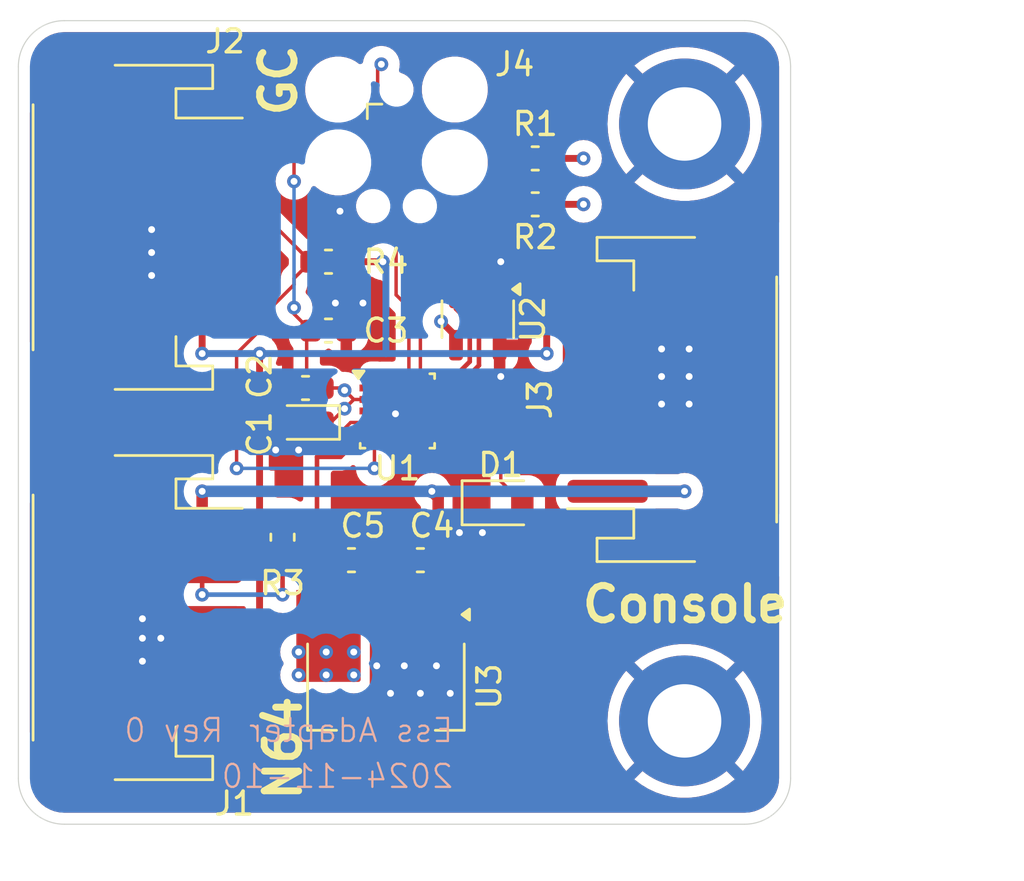
<source format=kicad_pcb>
(kicad_pcb (version 20240108) (generator "pcbnew") (generator_version "8.0")
  (title_block (title "ESS-STM") (date "2024-11-05") (rev "0"))
  (layers (0 "F.Cu" power) (1 "In1.Cu" power) (2 "In2.Cu" power) (31 "B.Cu" power) (34 "B.Paste" user) (35 "F.Paste" user) (36 "B.SilkS" user "B.Silkscreen") (37 "F.SilkS" user "F.Silkscreen") (38 "B.Mask" user) (39 "F.Mask" user) (44 "Edge.Cuts" user))
  (net 0 "")
  (net 1 "+3.3V_MCU")
  (net 2 "GND")
  (net 3 "_RESET")
  (net 4 "+5V")
  (net 5 "Net-(D1-A)")
  (net 6 "N64_Data")
  (net 7 "GC_Data")
  (net 8 "Console_DO")
  (net 10 "SWDIO")
  (net 11 "SWCLK")
  (net 12 "I2C_SDA")
  (net 13 "I2C_SCL")
  (net 14 "+3.3V_Con")
  (footprint "Capacitor_SMD:C_0603_1608Metric" (layer "F.Cu") (at 137.5 98.5 180)
    (property "Reference" "C2" (at 2 0.5 90) (layer "F.SilkS"))
    (property "Value" "100n")
    (fp_line (start -0.14058 0.51) (end 0.14058 0.51) (stroke (width 0.12)) (layer "F.SilkS"))
    (fp_line (start -0.14058 -0.51) (end 0.14058 -0.51) (stroke (width 0.12)) (layer "F.SilkS"))
    (pad "1" smd roundrect (at -0.775 0 180) (size 0.9 0.95) (layers "F.Cu" "F.Paste" "F.Mask") (net 1 "+3.3V_MCU"))
    (pad "2" smd roundrect (at 0.775 0 180) (size 0.9 0.95) (layers "F.Cu" "F.Paste" "F.Mask") (net 2 "GND"))
  )
  (footprint "Capacitor_SMD:C_0603_1608Metric" (layer "F.Cu") (at 142.5 106 180)
    (property "Reference" "C4" (at -0.5 1.5 0) (layer "F.SilkS"))
    (property "Value" "4.7u")
    (fp_line (start -0.14058 0.51) (end 0.14058 0.51) (stroke (width 0.12)) (layer "F.SilkS"))
    (fp_line (start -0.14058 -0.51) (end 0.14058 -0.51) (stroke (width 0.12)) (layer "F.SilkS"))
    (pad "1" smd roundrect (at -0.775 0 180) (size 0.9 0.95) (layers "F.Cu" "F.Paste" "F.Mask") (net 4 "+5V"))
    (pad "2" smd roundrect (at 0.775 0 180) (size 0.9 0.95) (layers "F.Cu" "F.Paste" "F.Mask") (net 2 "GND"))
  )
  (footprint "" (layer "F.Cu") (at 154 113)
    (property "Reference" "" (at 0 0 0) (layer "F.SilkS") (effects (font (size 1.27 1.27))))
    (property "Value" "")
    (pad "1" thru_hole circle (at 0 0) (size 5.7 5.7) (drill 3.2) (layers "*.Cu" "*.Mask") (net 2 "GND"))
  )
  (footprint "MountingHole:MountingHole_3.2mm_M3_ISO7380_Pad" (layer "F.Cu") (at 154 87)
    (property "Reference" "REF**" (hide yes))
    (property "Value" "MountingHole_3.2mm_M3_ISO7380_Pad")
    (pad "1" thru_hole circle (at 0 0) (size 5.7 5.7) (drill 3.2) (layers "*.Cu" "*.Mask") (net 2 "GND"))
  )
  (footprint "Capacitor_SMD:C_0603_1608Metric" (layer "F.Cu") (at 147.5 88.5 180)
    (property "Reference" "R1" (at 0 1.5 0) (layer "F.SilkS"))
    (property "Value" "4K7")
    (fp_line (start -0.14058 0.51) (end 0.14058 0.51) (stroke (width 0.12)) (layer "F.SilkS"))
    (fp_line (start -0.14058 -0.51) (end 0.14058 -0.51) (stroke (width 0.12)) (layer "F.SilkS"))
    (pad "1" smd roundrect (at -0.775 0 180) (size 0.9 0.95) (layers "F.Cu" "F.Paste" "F.Mask") (net 1 "+3.3V_MCU"))
    (pad "2" smd roundrect (at 0.775 0 180) (size 0.9 0.95) (layers "F.Cu" "F.Paste" "F.Mask") (net 12 "I2C_SDA"))
  )
  (footprint "Connector_JST:JST_PH_S5B-PH-SM4-TB_1x05-1MP_P2.00mm_Horizontal" (layer "F.Cu") (at 130.15 108.5 -90)
    (property "Reference" "J1" (at 8.1 -4.25 180) (layer "F.SilkS"))
    (property "Value" "Conn_01x06_Pin" (hide yes))
    (fp_line (start -5.34 4.51) (end 5.34 4.51) (stroke (width 0.12)) (layer "F.SilkS"))
    (fp_line (start -7.06 0.94) (end -7.06 -3.31) (stroke (width 0.12)) (layer "F.SilkS"))
    (fp_line (start 7.06 0.94) (end 7.06 -3.31) (stroke (width 0.12)) (layer "F.SilkS"))
    (fp_line (start -6.04 -1.71) (end -4.76 -1.71) (stroke (width 0.12)) (layer "F.SilkS"))
    (fp_line (start -4.76 -1.71) (end -4.76 -4.6) (stroke (width 0.12)) (layer "F.SilkS"))
    (fp_line (start 6.04 -1.71) (end 4.76 -1.71) (stroke (width 0.12)) (layer "F.SilkS"))
    (fp_line (start -7.06 -3.31) (end -6.04 -3.31) (stroke (width 0.12)) (layer "F.SilkS"))
    (fp_line (start -6.04 -3.31) (end -6.04 -1.71) (stroke (width 0.12)) (layer "F.SilkS"))
    (fp_line (start 6.04 -3.31) (end 6.04 -1.71) (stroke (width 0.12)) (layer "F.SilkS"))
    (fp_line (start 7.06 -3.31) (end 6.04 -3.31) (stroke (width 0.12)) (layer "F.SilkS"))
    (pad "1" smd roundrect (at -4 -2.85 270) (size 1 3.5) (layers "F.Cu" "F.Paste" "F.Mask") (net 4 "+5V"))
    (pad "2" smd roundrect (at -2 -2.85 270) (size 1 3.5) (layers "F.Cu" "F.Paste" "F.Mask") (net 6 "N64_Data"))
    (pad "3" smd roundrect (at 0 -2.85 270) (size 1 3.5) (layers "F.Cu" "F.Paste" "F.Mask") (net 2 "GND"))
    (pad "4" smd roundrect (at 2 -2.85 270) (size 1 3.5) (layers "F.Cu" "F.Paste" "F.Mask") (net 2 "GND"))
    (pad "5" smd roundrect (at 4 -2.85 270) (size 1 3.5) (layers "F.Cu" "F.Paste" "F.Mask") (net 14 "+3.3V_Con"))
    (pad "MP" smd roundrect (at -6.35 2.9 270) (size 1.5 3.4) (layers "F.Cu" "F.Paste" "F.Mask") (roundrect_rratio 0.166667))
    (pad "MP" smd roundrect (at 6.35 2.9 270) (size 1.5 3.4) (layers "F.Cu" "F.Paste" "F.Mask") (roundrect_rratio 0.166667))
  )
  (footprint "Capacitor_SMD:C_0603_1608Metric" (layer "F.Cu") (at 138.5 96)
    (property "Reference" "C3" (at 2.5 0 0) (layer "F.SilkS"))
    (property "Value" "0.1u")
    (fp_line (start -0.14058 -0.51) (end 0.14058 -0.51) (stroke (width 0.12)) (layer "F.SilkS"))
    (fp_line (start -0.14058 0.51) (end 0.14058 0.51) (stroke (width 0.12)) (layer "F.SilkS"))
    (pad "1" smd roundrect (at -0.775 0) (size 0.9 0.95) (layers "F.Cu" "F.Paste" "F.Mask") (net 3 "_RESET"))
    (pad "2" smd roundrect (at 0.775 0) (size 0.9 0.95) (layers "F.Cu" "F.Paste" "F.Mask") (net 2 "GND"))
  )
  (footprint "Connector:Tag-Connect_TC2030-IDC-FP_2x03_P1.27mm_Vertical" (layer "F.Cu") (at 141.46 88.04 -90)
    (property "Reference" "J4" (at -3.64 -5.14 180) (layer "F.SilkS"))
    (property "Value" "Conn_ARM_SWD_TagConnect_TC2030" (hide yes))
    (fp_line (start -1.905 1.27) (end -1.905 0.635) (stroke (width 0.12)) (layer "F.SilkS"))
    (fp_line (start -1.27 1.27) (end -1.905 1.27) (stroke (width 0.12)) (layer "F.SilkS"))
    (pad "" np_thru_hole circle (at -2.54 -2.54 270) (size 2.3749 2.3749) (drill 2.3749) (layers "*.Cu" "*.Mask"))
    (pad "" np_thru_hole circle (at -2.54 0 270) (size 0.9906 0.9906) (drill 0.9906) (layers "*.Cu" "*.Mask"))
    (pad "" np_thru_hole circle (at -2.54 2.54 270) (size 2.3749 2.3749) (drill 2.3749) (layers "*.Cu" "*.Mask"))
    (pad "" np_thru_hole circle (at 0.635 -2.54 270) (size 2.3749 2.3749) (drill 2.3749) (layers "*.Cu" "*.Mask"))
    (pad "" np_thru_hole circle (at 0.635 2.54 270) (size 2.3749 2.3749) (drill 2.3749) (layers "*.Cu" "*.Mask"))
    (pad "" np_thru_hole circle (at 2.54 -1.016 270) (size 0.9906 0.9906) (drill 0.9906) (layers "*.Cu" "*.Mask"))
    (pad "" np_thru_hole circle (at 2.54 1.016 270) (size 0.9906 0.9906) (drill 0.9906) (layers "*.Cu" "*.Mask"))
    (pad "1" connect circle (at -1.27 0.635 270) (size 0.7874 0.7874) (layers "F.Cu" "F.Mask") (net 1 "+3.3V_MCU"))
    (pad "2" connect circle (at -1.27 -0.635 270) (size 0.7874 0.7874) (layers "F.Cu" "F.Mask") (net 10 "SWDIO"))
    (pad "3" connect circle (at 0 0.635 270) (size 0.7874 0.7874) (layers "F.Cu" "F.Mask") (net 3 "_RESET"))
    (pad "4" connect circle (at 0 -0.635 270) (size 0.7874 0.7874) (layers "F.Cu" "F.Mask") (net 11 "SWCLK"))
    (pad "5" connect circle (at 1.27 0.635 270) (size 0.7874 0.7874) (layers "F.Cu" "F.Mask") (net 2 "GND"))
    (pad "6" connect circle (at 1.27 -0.635 270) (size 0.7874 0.7874) (layers "F.Cu" "F.Mask"))
    (zone (net 0) (net_name "") (layer "F.Cu") (connect_pads (clearance 0)) (min_thickness 0.254)
      (keepout (tracks allowed) (vias not_allowed) (pads allowed) (copperpour not_allowed) (footprints not_allowed))
      (fill (thermal_gap 0.508) (thermal_bridge_width 0.508))
      (polygon (pts (xy 142.095 89.31) (xy 142.095 86.77) (xy 140.825 86.77) (xy 140.825 89.31)))
    )
  )
  (footprint "Package_TO_SOT_SMD:SOT-23-5" (layer "F.Cu") (at 145 95.5 -90)
    (property "Reference" "U2" (at 0 -2.4 90) (layer "F.SilkS"))
    (property "Value" "24AA02-OT" (hide yes))
    (fp_line (start 0 1.56) (end -0.8 1.56) (stroke (width 0.12)) (layer "F.SilkS"))
    (fp_line (start 0 1.56) (end 0.8 1.56) (stroke (width 0.12)) (layer "F.SilkS"))
    (fp_line (start 0 -1.56) (end -0.8 -1.56) (stroke (width 0.12)) (layer "F.SilkS"))
    (fp_line (start 0 -1.56) (end 0.8 -1.56) (stroke (width 0.12)) (layer "F.SilkS"))
    (fp_poly (pts (xy -1.3 -1.51) (xy -1.54 -1.84) (xy -1.06 -1.84) (xy -1.3 -1.51)) (stroke (width 0.12)) (fill solid) (layer "F.SilkS"))
    (pad "1" smd roundrect (at -1.1375 -0.95 270) (size 1.325 0.6) (layers "F.Cu" "F.Paste" "F.Mask") (net 13 "I2C_SCL"))
    (pad "2" smd roundrect (at -1.1375 0 270) (size 1.325 0.6) (layers "F.Cu" "F.Paste" "F.Mask") (net 2 "GND"))
    (pad "3" smd roundrect (at -1.1375 0.95 270) (size 1.325 0.6) (layers "F.Cu" "F.Paste" "F.Mask") (net 12 "I2C_SDA"))
    (pad "4" smd roundrect (at 1.1375 0.95 270) (size 1.325 0.6) (layers "F.Cu" "F.Paste" "F.Mask") (net 1 "+3.3V_MCU"))
    (pad "5" smd roundrect (at 1.1375 -0.95 270) (size 1.325 0.6) (layers "F.Cu" "F.Paste" "F.Mask") (net 2 "GND"))
  )
  (footprint "Connector_JST:JST_PH_S5B-PH-SM4-TB_1x05-1MP_P2.00mm_Horizontal" (layer "F.Cu") (at 153.5 99 90)
    (property "Reference" "J3" (at 0 -5.8 90) (layer "F.SilkS"))
    (property "Value" "Conn_01x06_Pin" (hide yes))
    (fp_line (start 7.06 -3.31) (end 6.04 -3.31) (stroke (width 0.12)) (layer "F.SilkS"))
    (fp_line (start 6.04 -3.31) (end 6.04 -1.71) (stroke (width 0.12)) (layer "F.SilkS"))
    (fp_line (start -6.04 -3.31) (end -6.04 -1.71) (stroke (width 0.12)) (layer "F.SilkS"))
    (fp_line (start -7.06 -3.31) (end -6.04 -3.31) (stroke (width 0.12)) (layer "F.SilkS"))
    (fp_line (start 6.04 -1.71) (end 4.76 -1.71) (stroke (width 0.12)) (layer "F.SilkS"))
    (fp_line (start -4.76 -1.71) (end -4.76 -4.6) (stroke (width 0.12)) (layer "F.SilkS"))
    (fp_line (start -6.04 -1.71) (end -4.76 -1.71) (stroke (width 0.12)) (layer "F.SilkS"))
    (fp_line (start 7.06 0.94) (end 7.06 -3.31) (stroke (width 0.12)) (layer "F.SilkS"))
    (fp_line (start -7.06 0.94) (end -7.06 -3.31) (stroke (width 0.12)) (layer "F.SilkS"))
    (fp_line (start -5.34 4.51) (end 5.34 4.51) (stroke (width 0.12)) (layer "F.SilkS"))
    (pad "1" smd roundrect (at -4 -2.85 90) (size 1 3.5) (layers "F.Cu" "F.Paste" "F.Mask") (net 4 "+5V"))
    (pad "2" smd roundrect (at -2 -2.85 90) (size 1 3.5) (layers "F.Cu" "F.Paste" "F.Mask") (net 8 "Console_DO"))
    (pad "3" smd roundrect (at 0 -2.85 90) (size 1 3.5) (layers "F.Cu" "F.Paste" "F.Mask") (net 2 "GND"))
    (pad "4" smd roundrect (at 2 -2.85 90) (size 1 3.5) (layers "F.Cu" "F.Paste" "F.Mask") (net 2 "GND"))
    (pad "5" smd roundrect (at 4 -2.85 90) (size 1 3.5) (layers "F.Cu" "F.Paste" "F.Mask") (net 14 "+3.3V_Con"))
    (pad "MP" smd roundrect (at -6.35 2.9 90) (size 1.5 3.4) (layers "F.Cu" "F.Paste" "F.Mask") (roundrect_rratio 0.166667))
    (pad "MP" smd roundrect (at 6.35 2.9 90) (size 1.5 3.4) (layers "F.Cu" "F.Paste" "F.Mask") (roundrect_rratio 0.166667))
  )
  (footprint "LED_SMD:LED_0805_2012Metric" (layer "F.Cu") (at 146 103.5)
    (property "Reference" "D1" (at 0 -1.65 0) (layer "F.SilkS"))
    (property "Value" "LED")
    (fp_line (start -1.685 -0.96) (end -1.685 0.96) (stroke (width 0.12)) (layer "F.SilkS"))
    (fp_line (start -1.685 0.96) (end 1 0.96) (stroke (width 0.12)) (layer "F.SilkS"))
    (fp_line (start 1 -0.96) (end -1.685 -0.96) (stroke (width 0.12)) (layer "F.SilkS"))
    (pad "1" smd roundrect (at -0.9375 0) (size 0.975 1.4) (layers "F.Cu" "F.Paste" "F.Mask") (net 2 "GND"))
    (pad "2" smd roundrect (at 0.9375 0) (size 0.975 1.4) (layers "F.Cu" "F.Paste" "F.Mask") (net 5 "Net-(D1-A)"))
  )
  (footprint "Capacitor_SMD:C_0603_1608Metric" (layer "F.Cu") (at 139.5 106)
    (property "Reference" "C5" (at 0.5 -1.5 0) (layer "F.SilkS"))
    (property "Value" "4.7u")
    (fp_line (start -0.14058 -0.51) (end 0.14058 -0.51) (stroke (width 0.12)) (layer "F.SilkS"))
    (fp_line (start -0.14058 0.51) (end 0.14058 0.51) (stroke (width 0.12)) (layer "F.SilkS"))
    (pad "1" smd roundrect (at -0.775 0) (size 0.9 0.95) (layers "F.Cu" "F.Paste" "F.Mask") (net 1 "+3.3V_MCU"))
    (pad "2" smd roundrect (at 0.775 0) (size 0.9 0.95) (layers "F.Cu" "F.Paste" "F.Mask") (net 2 "GND"))
  )
  (footprint "Capacitor_SMD:C_0603_1608Metric" (layer "F.Cu") (at 147.5 90.5 180)
    (property "Reference" "R2" (at 0 -1.43 0) (layer "F.SilkS"))
    (property "Value" "4K7")
    (fp_line (start -0.14058 0.51) (end 0.14058 0.51) (stroke (width 0.12)) (layer "F.SilkS"))
    (fp_line (start -0.14058 -0.51) (end 0.14058 -0.51) (stroke (width 0.12)) (layer "F.SilkS"))
    (pad "1" smd roundrect (at -0.775 0 180) (size 0.9 0.95) (layers "F.Cu" "F.Paste" "F.Mask") (net 1 "+3.3V_MCU"))
    (pad "2" smd roundrect (at 0.775 0 180) (size 0.9 0.95) (layers "F.Cu" "F.Paste" "F.Mask") (net 13 "I2C_SCL"))
  )
  (footprint "Diode_SMD:D_0603_1608Metric" (layer "F.Cu") (at 137.5 100 180)
    (property "Reference" "C1" (at 2 -0.5 90) (layer "F.SilkS"))
    (property "Value" "4.7u")
    (fp_line (start 0.8 -0.735) (end -1.485 -0.735) (stroke (width 0.12)) (layer "F.SilkS"))
    (fp_line (start -1.485 0.735) (end 0.8 0.735) (stroke (width 0.12)) (layer "F.SilkS"))
    (fp_line (start -1.485 -0.735) (end -1.485 0.735) (stroke (width 0.12)) (layer "F.SilkS"))
    (pad "1" smd roundrect (at -0.7875 0 180) (size 0.875 0.95) (layers "F.Cu" "F.Paste" "F.Mask") (net 1 "+3.3V_MCU"))
    (pad "2" smd roundrect (at 0.7875 0 180) (size 0.875 0.95) (layers "F.Cu" "F.Paste" "F.Mask") (net 2 "GND"))
  )
  (footprint "Package_TO_SOT_SMD:SOT-223-3_TabPin2" (layer "F.Cu") (at 141 111.5 -90)
    (property "Reference" "U3" (at 0 -4.5 90) (layer "F.SilkS"))
    (property "Value" "AP7361C-33E" (hide yes))
    (fp_line (start -1.85 3.41) (end 1.91 3.41) (stroke (width 0.12)) (layer "F.SilkS"))
    (fp_line (start 1.91 3.41) (end 1.91 2.15) (stroke (width 0.12)) (layer "F.SilkS"))
    (fp_line (start -1.85 -3.41) (end 1.91 -3.41) (stroke (width 0.12)) (layer "F.SilkS"))
    (fp_line (start 1.91 -3.41) (end 1.91 -2.15) (stroke (width 0.12)) (layer "F.SilkS"))
    (fp_poly (pts (xy -3.13 -3.31) (xy -3.37 -3.64) (xy -2.89 -3.64) (xy -3.13 -3.31)) (stroke (width 0.12)) (fill solid) (layer "F.SilkS"))
    (pad "1" smd roundrect (at -3.15 -2.3 270) (size 2 1.5) (layers "F.Cu" "F.Paste" "F.Mask") (net 4 "+5V"))
    (pad "2" smd roundrect (at -3.15 0 270) (size 2 1.5) (layers "F.Cu" "F.Paste" "F.Mask") (net 2 "GND"))
    (pad "2" smd roundrect (at 3.15 0 270) (size 2 3.8) (layers "F.Cu" "F.Paste" "F.Mask") (net 2 "GND"))
    (pad "3" smd roundrect (at -3.15 2.3 270) (size 2 1.5) (layers "F.Cu" "F.Paste" "F.Mask") (net 1 "+3.3V_MCU"))
  )
  (footprint "Package_DFN_QFN:ST_UFQFPN-20_3x3mm_P0.5mm" (layer "F.Cu") (at 141.5 99.5)
    (property "Reference" "U1" (at 0 2.5 0) (layer "F.SilkS"))
    (property "Value" "STM32C011F4Ux" (hide yes))
    (fp_line (start -1.62 1.62) (end -1.62 1.41) (stroke (width 0.12)) (layer "F.SilkS"))
    (fp_line (start -1.62 1.62) (end -1.41 1.62) (stroke (width 0.12)) (layer "F.SilkS"))
    (fp_line (start 1.62 -1.62) (end 1.41 -1.62) (stroke (width 0.12)) (layer "F.SilkS"))
    (fp_line (start 1.62 -1.62) (end 1.62 -1.41) (stroke (width 0.12)) (layer "F.SilkS"))
    (fp_line (start 1.62 1.62) (end 1.41 1.62) (stroke (width 0.12)) (layer "F.SilkS"))
    (fp_line (start 1.62 1.62) (end 1.62 1.41) (stroke (width 0.12)) (layer "F.SilkS"))
    (fp_poly (pts (xy -1.69 -1.41) (xy -1.93 -1.74) (xy -1.45 -1.74) (xy -1.69 -1.41)) (stroke (width 0.12)) (fill solid) (layer "F.SilkS"))
    (pad "1" smd custom (at -1.475 -1) (size 0.35 0.3) (layers "F.Cu" "F.Paste" "F.Mask") (options (clearance outline) (anchor rect)) (primitives (gr_poly (pts (xy 0.325 0) (xy 0.325 0.15) (xy 0.175 0.15) (xy 0.175 -0.15)) (width 0) (fill yes))))
    (pad "2" smd rect (at -1.3 -0.5) (size 0.7 0.3) (layers "F.Cu" "F.Paste" "F.Mask") (net 1 "+3.3V_MCU"))
    (pad "3" smd rect (at -1.3 0) (size 0.7 0.3) (layers "F.Cu" "F.Paste" "F.Mask") (net 2 "GND"))
    (pad "4" smd rect (at -1.3 0.5) (size 0.7 0.3) (layers "F.Cu" "F.Paste" "F.Mask") (net 3 "_RESET"))
    (pad "5" smd custom (at -1.475 1) (size 0.35 0.3) (layers "F.Cu" "F.Paste" "F.Mask") (net 6 "N64_Data") (options (clearance outline) (anchor rect)) (primitives (gr_poly (pts (xy 0.325 0) (xy 0.175 0.15) (xy 0.175 -0.15) (xy 0.325 -0.15)) (width 0) (fill yes))))
    (pad "6" smd custom (at -1 1.475) (size 0.3 0.35) (layers "F.Cu" "F.Paste" "F.Mask") (net 7 "GC_Data") (options (clearance outline) (anchor rect)) (primitives (gr_poly (pts (xy 0.15 -0.175) (xy -0.15 -0.175) (xy 0 -0.325) (xy 0.15 -0.325)) (width 0) (fill yes))))
    (pad "7" smd rect (at -0.5 1.3) (size 0.3 0.7) (layers "F.Cu" "F.Paste" "F.Mask"))
    (pad "8" smd rect (at 0 1.3) (size 0.3 0.7) (layers "F.Cu" "F.Paste" "F.Mask"))
    (pad "9" smd rect (at 0.5 1.3) (size 0.3 0.7) (layers "F.Cu" "F.Paste" "F.Mask"))
    (pad "10" smd custom (at 1 1.475) (size 0.3 0.35) (layers "F.Cu" "F.Paste" "F.Mask") (net 5 "Net-(D1-A)") (options (clearance outline) (anchor rect)) (primitives (gr_poly (pts (xy 0.15 -0.175) (xy -0.15 -0.175) (xy -0.15 -0.325) (xy 0 -0.325)) (width 0) (fill yes))))
    (pad "11" smd custom (at 1.475 1) (size 0.35 0.3) (layers "F.Cu" "F.Paste" "F.Mask") (net 8 "Console_DO") (options (clearance outline) (anchor rect)) (primitives (gr_poly (pts (xy -0.175 0.15) (xy -0.325 0) (xy -0.325 -0.15) (xy -0.175 -0.15)) (width 0) (fill yes))))
    (pad "12" smd rect (at 1.3 0.5) (size 0.7 0.3) (layers "F.Cu" "F.Paste" "F.Mask"))
    (pad "13" smd rect (at 1.3 0) (size 0.7 0.3) (layers "F.Cu" "F.Paste" "F.Mask"))
    (pad "14" smd rect (at 1.3 -0.5) (size 0.7 0.3) (layers "F.Cu" "F.Paste" "F.Mask") (net 13 "I2C_SCL"))
    (pad "15" smd custom (at 1.475 -1) (size 0.35 0.3) (layers "F.Cu" "F.Paste" "F.Mask") (net 12 "I2C_SDA") (options (clearance outline) (anchor rect)) (primitives (gr_poly (pts (xy -0.175 0.15) (xy -0.325 0.15) (xy -0.325 0) (xy -0.175 -0.15)) (width 0) (fill yes))))
    (pad "16" smd custom (at 1 -1.475) (size 0.3 0.35) (layers "F.Cu" "F.Paste" "F.Mask") (net 11 "SWCLK") (options (clearance outline) (anchor rect)) (primitives (gr_poly (pts (xy 0 0.325) (xy -0.15 0.325) (xy -0.15 0.175) (xy 0.15 0.175)) (width 0) (fill yes))))
    (pad "17" smd rect (at 0.5 -1.3) (size 0.3 0.7) (layers "F.Cu" "F.Paste" "F.Mask") (net 10 "SWDIO"))
    (pad "18" smd rect (at 0 -1.3) (size 0.3 0.7) (layers "F.Cu" "F.Paste" "F.Mask"))
    (pad "19" smd rect (at -0.5 -1.3) (size 0.3 0.7) (layers "F.Cu" "F.Paste" "F.Mask"))
    (pad "20" smd custom (at -1 -1.475) (size 0.3 0.35) (layers "F.Cu" "F.Paste" "F.Mask") (options (clearance outline) (anchor rect)) (primitives (gr_poly (pts (xy 0.15 0.325) (xy 0 0.325) (xy -0.15 0.175) (xy 0.15 0.175)) (width 0) (fill yes))))
  )
  (footprint "Connector_JST:JST_PH_S5B-PH-SM4-TB_1x05-1MP_P2.00mm_Horizontal" (layer "F.Cu") (at 130.15 91.5 -90)
    (property "Reference" "J2" (at -8.1 -3.85 180) (layer "F.SilkS"))
    (property "Value" "Conn_01x06_Pin" (hide yes))
    (fp_line (start -5.34 4.51) (end 5.34 4.51) (stroke (width 0.12)) (layer "F.SilkS"))
    (fp_line (start -7.06 0.94) (end -7.06 -3.31) (stroke (width 0.12)) (layer "F.SilkS"))
    (fp_line (start 7.06 0.94) (end 7.06 -3.31) (stroke (width 0.12)) (layer "F.SilkS"))
    (fp_line (start -6.04 -1.71) (end -4.76 -1.71) (stroke (width 0.12)) (layer "F.SilkS"))
    (fp_line (start -4.76 -1.71) (end -4.76 -4.6) (stroke (width 0.12)) (layer "F.SilkS"))
    (fp_line (start 6.04 -1.71) (end 4.76 -1.71) (stroke (width 0.12)) (layer "F.SilkS"))
    (fp_line (start -7.06 -3.31) (end -6.04 -3.31) (stroke (width 0.12)) (layer "F.SilkS"))
    (fp_line (start -6.04 -3.31) (end -6.04 -1.71) (stroke (width 0.12)) (layer "F.SilkS"))
    (fp_line (start 6.04 -3.31) (end 6.04 -1.71) (stroke (width 0.12)) (layer "F.SilkS"))
    (fp_line (start 7.06 -3.31) (end 6.04 -3.31) (stroke (width 0.12)) (layer "F.SilkS"))
    (pad "1" smd roundrect (at -4 -2.85 270) (size 1 3.5) (layers "F.Cu" "F.Paste" "F.Mask") (net 4 "+5V"))
    (pad "2" smd roundrect (at -2 -2.85 270) (size 1 3.5) (layers "F.Cu" "F.Paste" "F.Mask") (net 7 "GC_Data"))
    (pad "3" smd roundrect (at 0 -2.85 270) (size 1 3.5) (layers "F.Cu" "F.Paste" "F.Mask") (net 2 "GND"))
    (pad "4" smd roundrect (at 2 -2.85 270) (size 1 3.5) (layers "F.Cu" "F.Paste" "F.Mask") (net 2 "GND"))
    (pad "5" smd roundrect (at 4 -2.85 270) (size 1 3.5) (layers "F.Cu" "F.Paste" "F.Mask") (net 14 "+3.3V_Con"))
    (pad "MP" smd roundrect (at -6.35 2.9 270) (size 1.5 3.4) (layers "F.Cu" "F.Paste" "F.Mask") (roundrect_rratio 0.166667))
    (pad "MP" smd roundrect (at 6.35 2.9 270) (size 1.5 3.4) (layers "F.Cu" "F.Paste" "F.Mask") (roundrect_rratio 0.166667))
  )
  (footprint "Capacitor_SMD:C_0603_1608Metric" (layer "F.Cu") (at 138.5 93 180)
    (property "Reference" "R4" (at -2.5 0 0) (layer "F.SilkS"))
    (property "Value" "740R")
    (fp_line (start -0.14058 0.51) (end 0.14058 0.51) (stroke (width 0.12)) (layer "F.SilkS"))
    (fp_line (start -0.14058 -0.51) (end 0.14058 -0.51) (stroke (width 0.12)) (layer "F.SilkS"))
    (pad "1" smd roundrect (at -0.775 0 180) (size 0.9 0.95) (layers "F.Cu" "F.Paste" "F.Mask") (net 14 "+3.3V_Con"))
    (pad "2" smd roundrect (at 0.775 0 180) (size 0.9 0.95) (layers "F.Cu" "F.Paste" "F.Mask") (net 7 "GC_Data"))
  )
  (footprint "Capacitor_SMD:C_0603_1608Metric" (layer "F.Cu") (at 136.5 105 -90)
    (property "Reference" "R3" (at 2 0 0) (layer "F.SilkS"))
    (property "Value" "740R")
    (fp_line (start -0.14058 0.51) (end 0.14058 0.51) (stroke (width 0.12)) (layer "F.SilkS"))
    (fp_line (start -0.14058 -0.51) (end 0.14058 -0.51) (stroke (width 0.12)) (layer "F.SilkS"))
    (pad "1" smd roundrect (at -0.775 0 270) (size 0.9 0.95) (layers "F.Cu" "F.Paste" "F.Mask") (net 14 "+3.3V_Con"))
    (pad "2" smd roundrect (at 0.775 0 270) (size 0.9 0.95) (layers "F.Cu" "F.Paste" "F.Mask") (net 6 "N64_Data"))
  )
  (gr_rect (start 130.7 90.8) (end 134.9 94.2) (stroke (width 0.2)) (fill solid) (layer "F.Cu") (net 2))
  (gr_rect (start 144 102.4) (end 145.452542 105.4) (stroke (width 0.2)) (fill solid) (layer "F.Cu") (net 2))
  (gr_rect (start 148.8 96.5) (end 154.8 99.5) (stroke (width 0.2)) (fill solid) (layer "F.Cu") (net 2))
  (gr_rect (start 140.4 105.4) (end 142 114) (stroke (width 0.2)) (fill solid) (layer "F.Cu") (net 2))
  (gr_rect (start 129.6 108.101012) (end 134.8 111) (stroke (width 0.2)) (fill solid) (layer "F.Cu") (net 2))
  (gr_rect (start 137.2 107.4) (end 139.8 111.2) (stroke (width 0.2)) (fill solid) (layer "F.Cu") (net 1))
  (gr_rect (start 140.4 110.6) (end 144.6 113) (stroke (width 0.2)) (fill solid) (layer "F.Cu") (net 2))
  (gr_rect (start 136 97.8) (end 137.2 102) (stroke (width 0.2)) (fill solid) (layer "F.Cu") (net 2))
  (gr_rect (start 138.2 112.6) (end 143.8 115.8) (stroke (width 0.2)) (fill solid) (layer "F.Cu") (net 2))
  (gr_line (start 156.616087 117.5) (end 127 117.5) (stroke (width 0.05)) (layer "Edge.Cuts"))
  (gr_arc (start 127 117.5) (mid 125.585786 116.914214) (end 125 115.5) (stroke (width 0.05)) (layer "Edge.Cuts"))
  (gr_line (start 125 115.5) (end 125 84.5) (stroke (width 0.05)) (layer "Edge.Cuts"))
  (gr_arc (start 158.616087 115.5) (mid 158.0303 116.914209) (end 156.616087 117.5) (stroke (width 0.05)) (layer "Edge.Cuts"))
  (gr_arc (start 156.616087 82.5) (mid 158.030301 83.085786) (end 158.616087 84.5) (stroke (width 0.05)) (layer "Edge.Cuts"))
  (gr_line (start 158.616087 84.5) (end 158.616087 115.5) (stroke (width 0.05)) (layer "Edge.Cuts"))
  (gr_arc (start 125 84.5) (mid 125.585786 83.085786) (end 127 82.5) (stroke (width 0.05)) (layer "Edge.Cuts"))
  (gr_line (start 127 82.5) (end 156.616087 82.5) (stroke (width 0.05)) (layer "Edge.Cuts"))
  (gr_text "Ess Adapter" (at 144 114 0) (layer "B.SilkS") (effects (font (size 1 1) (thickness 0.1)) (justify left bottom mirror)))
  (gr_text "Rev 0" (at 134 114 0) (layer "B.SilkS") (effects (font (size 1 1) (thickness 0.1)) (justify left bottom mirror)))
  (gr_text "2024-11-10" (at 144 116 0) (layer "B.SilkS") (effects (font (size 1 1) (thickness 0.1)) (justify left bottom mirror)))
  (gr_text "Console" (at 149.4 108.8 0) (layer "F.SilkS") (effects (font (size 1.5 1.5) (thickness 0.3) (bold yes)) (justify left bottom)))
  (gr_text "GC" (at 137.2 86.8 90) (layer "F.SilkS") (effects (font (size 1.5 1.5) (thickness 0.3) (bold yes)) (justify left bottom)))
  (gr_text "N64" (at 137.4 116.6 90) (layer "F.SilkS") (effects (font (size 1.5 1.5) (thickness 0.3) (bold yes)) (justify left bottom)))
  (segment (start 144.05 96.25) (end 143.4 95.6) (width 0.3) (layer "F.Cu") (net 1))
  (segment (start 140.2 99) (end 139.6 99) (width 0.15) (layer "F.Cu") (net 1))
  (segment (start 138.725 106) (end 138.725 108.325) (width 0.3) (layer "F.Cu") (net 1))
  (segment (start 149.6 90.5) (end 148.275 90.5) (width 0.3) (layer "F.Cu") (net 1))
  (segment (start 139.6 99) (end 139.2 99.4) (width 0.15) (layer "F.Cu") (net 1))
  (segment (start 138.2875 100) (end 138.6 100) (width 0.15) (layer "F.Cu") (net 1))
  (segment (start 140.6397 86.5847) (end 140.6397 84.5603) (width 0.15) (layer "F.Cu") (net 1))
  (segment (start 138.725 108.325) (end 138.7 108.35) (width 0.3) (layer "F.Cu") (net 1))
  (segment (start 140.825 86.77) (end 140.6397 86.5847) (width 0.15) (layer "F.Cu") (net 1))
  (segment (start 149.6 88.5) (end 148.275 88.5) (width 0.3) (layer "F.Cu") (net 1))
  (segment (start 144.05 96.6375) (end 144.05 96.25) (width 0.3) (layer "F.Cu") (net 1))
  (segment (start 138.275 98.5) (end 139.1 98.5) (width 0.15) (layer "F.Cu") (net 1))
  (segment (start 139.6 99) (end 139.2 98.6) (width 0.15) (layer "F.Cu") (net 1))
  (segment (start 140.6397 84.5603) (end 140.8 84.4) (width 0.15) (layer "F.Cu") (net 1))
  (segment (start 138.6 100) (end 139.2 99.4) (width 0.15) (layer "F.Cu") (net 1))
  (segment (start 139.1 98.5) (end 139.2 98.6) (width 0.15) (layer "F.Cu") (net 1))
  (via (at 139.2 99.4) (size 0.6) (drill 0.3) (layers "F.Cu" "B.Cu") (net 1))
  (via (at 137.2 111) (size 0.6) (drill 0.3) (layers "F.Cu" "B.Cu") (net 1))
  (via (at 137.2 110) (size 0.6) (drill 0.3) (layers "F.Cu" "B.Cu") (net 1))
  (via (at 139.6 110) (size 0.6) (drill 0.3) (layers "F.Cu" "B.Cu") (net 1))
  (via (at 138.4 111) (size 0.6) (drill 0.3) (layers "F.Cu" "B.Cu") (net 1))
  (via (at 149.6 90.5) (size 0.6) (drill 0.3) (layers "F.Cu" "B.Cu") (net 1))
  (via (at 139.2 98.6) (size 0.6) (drill 0.3) (layers "F.Cu" "B.Cu") (net 1))
  (via (at 140.8 84.4) (size 0.6) (drill 0.3) (layers "F.Cu" "B.Cu") (net 1))
  (via (at 149.6 88.5) (size 0.6) (drill 0.3) (layers "F.Cu" "B.Cu") (net 1))
  (via (at 138.4 110) (size 0.6) (drill 0.3) (layers "F.Cu" "B.Cu") (net 1))
  (via (at 143.4 95.6) (size 0.6) (drill 0.3) (layers "F.Cu" "B.Cu") (net 1))
  (via (at 139.6 111) (size 0.6) (drill 0.3) (layers "F.Cu" "B.Cu") (net 1))
  (segment (start 130.9 93.5) (end 130.8 93.6) (width 0.5) (layer "F.Cu") (net 2))
  (segment (start 140.825 89.31) (end 140.49 89.31) (width 0.15) (layer "F.Cu") (net 2))
  (segment (start 145.95 96.6375) (end 145.95 97.95) (width 0.2) (layer "F.Cu") (net 2))
  (segment (start 133 91.5) (end 130.9 91.5) (width 0.5) (layer "F.Cu") (net 2))
  (segment (start 140.87404 99.62404) (end 141.416026 99.62404) (width 0.2) (layer "F.Cu") (net 2))
  (segment (start 145 94.3625) (end 145 94) (width 0.2) (layer "F.Cu") (net 2))
  (segment (start 130.9 91.5) (end 130.8 91.6) (width 0.5) (layer "F.Cu") (net 2))
  (segment (start 145 94) (end 146 93) (width 0.2) (layer "F.Cu") (net 2))
  (segment (start 133 93.5) (end 130.9 93.5) (width 0.5) (layer "F.Cu") (net 2))
  (segment (start 140.49 89.31) (end 139 90.8) (width 0.15) (layer "F.Cu") (net 2))
  (segment (start 145.95 97.95) (end 146 98) (width 0.2) (layer "F.Cu") (net 2))
  (segment (start 140.75 99.5) (end 140.87404 99.62404) (width 0.2) (layer "F.Cu") (net 2))
  (segment (start 140.2 99.5) (end 140.75 99.5) (width 0.2) (layer "F.Cu") (net 2))
  (via (at 130.8 91.6) (size 0.6) (drill 0.3) (layers "F.Cu" "B.Cu") (net 2))
  (via (at 143.8 111.8) (size 0.6) (drill 0.3) (layers "F.Cu" "B.Cu") (net 2))
  (via (at 144.2 104.8) (size 0.6) (drill 0.3) (layers "F.Cu" "B.Cu") (net 2))
  (via (at 139 90.8) (size 0.6) (drill 0.3) (layers "F.Cu" "B.Cu") (net 2))
  (via (at 146 93) (size 0.6) (drill 0.3) (layers "F.Cu" "B.Cu") (net 2))
  (via (at 142.5 111.8) (size 0.6) (drill 0.3) (layers "F.Cu" "B.Cu") (net 2))
  (via (at 130.4 110.4) (size 0.6) (drill 0.3) (layers "F.Cu" "B.Cu") (net 2))
  (via (at 130.8 92.6) (size 0.6) (drill 0.3) (layers "F.Cu" "B.Cu") (net 2))
  (via (at 130.4 108.55) (size 0.6) (drill 0.3) (layers "F.Cu" "B.Cu") (net 2))
  (via (at 154.2 96.8) (size 0.6) (drill 0.3) (layers "F.Cu" "B.Cu") (net 2))
  (via (at 154.2 99.2) (size 0.6) (drill 0.3) (layers "F.Cu" "B.Cu") (net 2))
  (via (at 153 98) (size 0.6) (drill 0.3) (layers "F.Cu" "B.Cu") (net 2))
  (via (at 140.6 110.6) (size 0.6) (drill 0.3) (layers "F.Cu" "B.Cu") (net 2))
  (via (at 141.8 110.6) (size 0.6) (drill 0.3) (layers "F.Cu" "B.Cu") (net 2))
  (via (at 154.2 98) (size 0.6) (drill 0.3) (layers "F.Cu" "B.Cu") (net 2))
  (via (at 146 98) (size 0.6) (drill 0.3) (layers "F.Cu" "B.Cu") (net 2))
  (via (at 138.8 94.8) (size 0.6) (drill 0.3) (layers "F.Cu" "B.Cu") (net 2))
  (via (at 130.4 109.4) (size 0.6) (drill 0.3) (layers "F.Cu" "B.Cu") (net 2))
  (via (at 145.2 104.8) (size 0.6) (drill 0.3) (layers "F.Cu" "B.Cu") (net 2))
  (via (at 153 99.2) (size 0.6) (drill 0.3) (layers "F.Cu" "B.Cu") (net 2))
  (via (at 141.2 111.8) (size 0.6) (drill 0.3) (layers "F.Cu" "B.Cu") (net 2))
  (via (at 130.8 93.6) (size 0.6) (drill 0.3) (layers "F.Cu" "B.Cu") (net 2))
  (via (at 143.2 110.6) (size 0.6) (drill 0.3) (layers "F.Cu" "B.Cu") (net 2))
  (via (at 140 94.8) (size 0.6) (drill 0.3) (layers "F.Cu" "B.Cu") (net 2))
  (via (at 136.2 101.2) (size 0.6) (drill 0.3) (layers "F.Cu" "B.Cu") (net 2))
  (via (at 131.2 109.4) (size 0.6) (drill 0.3) (layers "F.Cu" "B.Cu") (net 2))
  (via (at 153 96.8) (size 0.6) (drill 0.3) (layers "F.Cu" "B.Cu") (net 2))
  (via (at 137.2 101.2) (size 0.6) (drill 0.3) (layers "F.Cu" "B.Cu") (net 2))
  (via (at 141.416026 99.62404) (size 0.6) (drill 0.3) (layers "F.Cu" "B.Cu") (net 2))
  (segment (start 139 90.8) (end 140.0403 89.7597) (width 0.15) (layer "B.Cu") (net 2))
  (segment (start 141.416026 99.62404) (end 141.440066 99.6) (width 0.2) (layer "B.Cu") (net 2))
  (segment (start 133.05 101.45) (end 133 101.4) (width 0.2) (layer "B.Cu") (net 2))
  (segment (start 137 95) (end 137 95.275) (width 0.15) (layer "F.Cu") (net 3))
  (segment (start 140.825 88.04) (end 139.94755 87.16255) (width 0.15) (layer "F.Cu") (net 3))
  (segment (start 138.293523 87.16255) (end 137 88.456073) (width 0.15) (layer "F.Cu") (net 3))
  (segment (start 138 101) (end 138.46683 101) (width 0.15) (layer "F.Cu") (net 3))
  (segment (start 137.55 96.175) (end 137.55 100.55) (width 0.15) (layer "F.Cu") (net 3))
  (segment (start 137.55 100.55) (end 138 101) (width 0.15) (layer "F.Cu") (net 3))
  (segment (start 137 95.275) (end 137.725 96) (width 0.15) (layer "F.Cu") (net 3))
  (segment (start 139.94755 87.16255) (end 138.293523 87.16255) (width 0.15) (layer "F.Cu") (net 3))
  (segment (start 139.46683 100) (end 140.2 100) (width 0.15) (layer "F.Cu") (net 3))
  (segment (start 137.725 96) (end 137.55 96.175) (width 0.15) (layer "F.Cu") (net 3))
  (segment (start 138.46683 101) (end 139.46683 100) (width 0.15) (layer "F.Cu") (net 3))
  (segment (start 137 88.456073) (end 137 89.5) (width 0.15) (layer "F.Cu") (net 3))
  (via (at 137 95) (size 0.6) (drill 0.3) (layers "F.Cu" "B.Cu") (net 3))
  (via (at 137 89.5) (size 0.6) (drill 0.3) (layers "F.Cu" "B.Cu") (net 3))
  (segment (start 137 89.5) (end 137 95) (width 0.15) (layer "B.Cu") (net 3))
  (segment (start 133 87.5) (end 131.25 87.5) (width 0.5) (layer "F.Cu") (net 4))
  (segment (start 133 104.5) (end 133 103) (width 0.5) (layer "F.Cu") (net 4))
  (segment (start 130 88.75) (end 130 103.5) (width 0.5) (layer "F.Cu") (net 4))
  (segment (start 143.275 106) (end 143.275 108.325) (width 0.35) (layer "F.Cu") (net 4))
  (segment (start 154 103) (end 150.65 103) (width 0.5) (layer "F.Cu") (net 4))
  (segment (start 131.25 87.5) (end 130 88.75) (width 0.5) (layer "F.Cu") (net 4))
  (segment (start 131 104.5) (end 133 104.5) (width 0.5) (layer "F.Cu") (net 4))
  (segment (start 143.275 106) (end 143.275 103.275) (width 0.5) (layer "F.Cu") (net 4))
  (segment (start 143.275 103.275) (end 143 103) (width 0.5) (layer "F.Cu") (net 4))
  (segment (start 130 103.5) (end 131 104.5) (width 0.5) (layer "F.Cu") (net 4))
  (segment (start 143.275 108.325) (end 143.3 108.35) (width 0.35) (layer "F.Cu") (net 4))
  (via (at 154 103) (size 0.6) (drill 0.3) (layers "F.Cu" "B.Cu") (net 4))
  (via (at 133 103) (size 0.6) (drill 0.3) (layers "F.Cu" "B.Cu") (net 4))
  (via (at 143 103) (size 0.6) (drill 0.3) (layers "F.Cu" "B.Cu") (net 4))
  (segment (start 133 103) (end 143 103) (width 0.5) (layer "B.Cu") (net 4))
  (segment (start 143 103) (end 154 103) (width 0.5) (layer "B.Cu") (net 4))
  (segment (start 146 101.6) (end 146 102.5625) (width 0.15) (layer "F.Cu") (net 5))
  (segment (start 145.375 100.975) (end 146 101.6) (width 0.15) (layer "F.Cu") (net 5))
  (segment (start 142.5 100.975) (end 145.375 100.975) (width 0.15) (layer "F.Cu") (net 5))
  (segment (start 146 102.5625) (end 146.9375 103.5) (width 0.15) (layer "F.Cu") (net 5))
  (segment (start 138 101.5) (end 139.025 101.5) (width 0.2) (layer "F.Cu") (net 6))
  (segment (start 136.5 105.775) (end 138 104.275) (width 0.2) (layer "F.Cu") (net 6))
  (segment (start 138 104.275) (end 138 101.5) (width 0.2) (layer "F.Cu") (net 6))
  (segment (start 133 106.5) (end 133 107.5) (width 0.2) (layer "F.Cu") (net 6))
  (segment (start 136.5 107.5) (end 136.5 105.775) (width 0.2) (layer "F.Cu") (net 6))
  (segment (start 139.025 101.5) (end 140.025 100.5) (width 0.2) (layer "F.Cu") (net 6))
  (via (at 133 107.5) (size 0.6) (drill 0.3) (layers "F.Cu" "B.Cu") (net 6))
  (via (at 136.5 107.5) (size 0.6) (drill 0.3) (layers "F.Cu" "B.Cu") (net 6))
  (segment (start 133 107.5) (end 136.5 107.5) (width 0.2) (layer "B.Cu") (net 6))
  (segment (start 134.225 89.5) (end 137.725 93) (width 0.15) (layer "F.Cu") (net 7))
  (segment (start 136 95.5) (end 134.5 97) (width 0.15) (layer "F.Cu") (net 7))
  (segment (start 137 94) (end 136 95) (width 0.15) (layer "F.Cu") (net 7))
  (segment (start 136 95) (end 136 95.5) (width 0.15) (layer "F.Cu") (net 7))
  (segment (start 140.5 102) (end 140.5 100.975) (width 0.15) (layer "F.Cu") (net 7))
  (segment (start 133 89.5) (end 134.225 89.5) (width 0.15) (layer "F.Cu") (net 7))
  (segment (start 137.725 93) (end 137 93.725) (width 0.15) (layer "F.Cu") (net 7))
  (segment (start 137 93.725) (end 137 94) (width 0.15) (layer "F.Cu") (net 7))
  (segment (start 134.5 97) (end 134.5 102) (width 0.15) (layer "F.Cu") (net 7))
  (via (at 134.5 102) (size 0.6) (drill 0.3) (layers "F.Cu" "B.Cu") (net 7))
  (via (at 140.5 102) (size 0.6) (drill 0.3) (layers "F.Cu" "B.Cu") (net 7))
  (segment (start 134.5 102) (end 140.5 102) (width 0.15) (layer "B.Cu") (net 7))
  (segment (start 147 100.5) (end 147.5 101) (width 0.2) (layer "F.Cu") (net 8))
  (segment (start 142.975 100.5) (end 147 100.5) (width 0.2) (layer "F.Cu") (net 8))
  (segment (start 147.5 101) (end 150.65 101) (width 0.2) (layer "F.Cu") (net 8))
  (segment (start 141.4437 94.4437) (end 142 95) (width 0.15) (layer "F.Cu") (net 10))
  (segment (start 142 95) (end 142 98.2) (width 0.15) (layer "F.Cu") (net 10))
  (segment (start 142.095 86.77) (end 141.4437 87.4213) (width 0.15) (layer "F.Cu") (net 10))
  (segment (start 141.4437 87.4213) (end 141.4437 94.4437) (width 0.15) (layer "F.Cu") (net 10))
  (segment (start 142.095 88.04) (end 143.12255 87.01245) (width 0.15) (layer "F.Cu") (net 11))
  (segment (start 144.476377 87.01245) (end 145.51245 88.048523) (width 0.15) (layer "F.Cu") (net 11))
  (segment (start 143.12255 87.01245) (end 144.476377 87.01245) (width 0.15) (layer "F.Cu") (net 11))
  (segment (start 145.51245 88.048523) (end 145.51245 91.663286) (width 0.15) (layer "F.Cu") (net 11))
  (segment (start 142.5 94.675736) (end 142.5 98.025) (width 0.15) (layer "F.Cu") (net 11))
  (segment (start 145.51245 91.663286) (end 142.5 94.675736) (width 0.15) (layer "F.Cu") (net 11))
  (segment (start 144.05 95.05) (end 144.65 95.65) (width 0.2) (layer "F.Cu") (net 12))
  (segment (start 144.05 94.3625) (end 144.05 95.05) (width 0.2) (layer "F.Cu") (net 12))
  (segment (start 144.05 94.3625) (end 144.05 94.009448) (width 0.2) (layer "F.Cu") (net 12))
  (segment (start 144.05 94.009448) (end 145.975 92.084448) (width 0.2) (layer "F.Cu") (net 12))
  (segment (start 144.65 95.65) (end 144.65 97.35) (width 0.2) (layer "F.Cu") (net 12))
  (segment (start 145.975 92.084448) (end 145.975 89.25) (width 0.2) (layer "F.Cu") (net 12))
  (segment (start 145.975 89.25) (end 146.725 88.5) (width 0.2) (layer "F.Cu") (net 12))
  (segment (start 144.65 97.35) (end 143.5 98.5) (width 0.2) (layer "F.Cu") (net 12))
  (segment (start 143.5 98.5) (end 142.975 98.5) (width 0.2) (layer "F.Cu") (net 12))
  (segment (start 142.8 99) (end 143.565686 99) (width 0.2) (layer "F.Cu") (net 13))
  (segment (start 145.95 94.3625) (end 145.95 94.05) (width 0.2) (layer "F.Cu") (net 13))
  (segment (start 145.95 94.05) (end 146.725 93.275) (width 0.2) (layer "F.Cu") (net 13))
  (segment (start 146.725 93.275) (end 146.725 90.5) (width 0.2) (layer "F.Cu") (net 13))
  (segment (start 145.05 97.515686) (end 145.05 96) (width 0.2) (layer "F.Cu") (net 13))
  (segment (start 145.05 96) (end 145.95 95.1) (width 0.2) (layer "F.Cu") (net 13))
  (segment (start 143.565686 99) (end 145.05 97.515686) (width 0.2) (layer "F.Cu") (net 13))
  (segment (start 145.95 95.1) (end 145.95 94.3625) (width 0.2) (layer "F.Cu") (net 13))
  (segment (start 135.5 111.75) (end 134.75 112.5) (width 0.3) (layer "F.Cu") (net 14))
  (segment (start 133 95.5) (end 133 97) (width 0.3) (layer "F.Cu") (net 14))
  (segment (start 135.5 104.218441) (end 135.5 106) (width 0.3) (layer "F.Cu") (net 14))
  (segment (start 134.75 112.5) (end 133 112.5) (width 0.3) (layer "F.Cu") (net 14))
  (segment (start 148 95.5) (end 148.5 95) (width 0.3) (layer "F.Cu") (net 14))
  (segment (start 135.5 97) (end 135.5 104.218441) (width 0.3) (layer "F.Cu") (net 14))
  (segment (start 135.506559 104.225) (end 135.5 104.218441) (width 0.3) (layer "F.Cu") (net 14))
  (segment (start 135.5 106) (end 135.5 111.75) (width 0.3) (layer "F.Cu") (net 14))
  (segment (start 148.5 95) (end 150.65 95) (width 0.3) (layer "F.Cu") (net 14))
  (segment (start 148 97) (end 148 95.5) (width 0.3) (layer "F.Cu") (net 14))
  (segment (start 136.5 104.225) (end 135.506559 104.225) (width 0.3) (layer "F.Cu") (net 14))
  (segment (start 140.8687 93) (end 139.275 93) (width 0.3) (layer "F.Cu") (net 14))
  (via (at 140.8687 93) (size 0.6) (drill 0.3) (layers "F.Cu" "B.Cu") (net 14))
  (via (at 148 97) (size 0.6) (drill 0.3) (layers "F.Cu" "B.Cu") (net 14))
  (via (at 135.5 97) (size 0.6) (drill 0.3) (layers "F.Cu" "B.Cu") (net 14))
  (via (at 133 97) (size 0.6) (drill 0.3) (layers "F.Cu" "B.Cu") (net 14))
  (segment (start 141 97) (end 141 93.1313) (width 0.3) (layer "B.Cu") (net 14))
  (segment (start 141 93.1313) (end 140.8687 93) (width 0.3) (layer "B.Cu") (net 14))
  (segment (start 133 97) (end 141 97) (width 0.3) (layer "B.Cu") (net 14))
  (segment (start 141 97) (end 148 97) (width 0.3) (layer "B.Cu") (net 14))
  (zone (net 2) (net_name "GND") (layers "F.Cu" "In1.Cu" "B.Cu") (priority 2) (connect_pads (clearance 0.5)) (min_thickness 0.25) (fill yes (thermal_gap 0.5) (thermal_bridge_width 0.5))
    (polygon (pts (xy 124.2 81.6) (xy 160 81.6) (xy 160 120) (xy 124.2 119.8)))
  )
)
</source>
